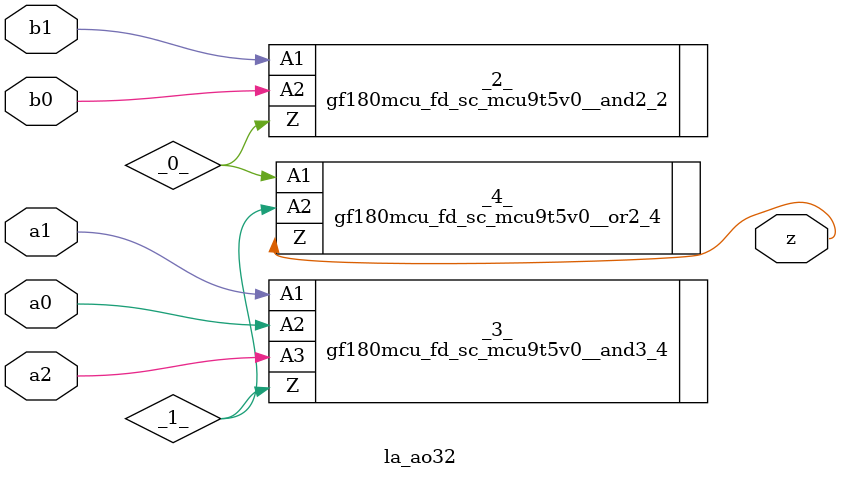
<source format=v>

/* Generated by Yosys 0.44 (git sha1 80ba43d26, g++ 11.4.0-1ubuntu1~22.04 -fPIC -O3) */

(* top =  1  *)
(* src = "inputs/la_ao32.v:10.1-23.10" *)
module la_ao32 (
    a0,
    a1,
    a2,
    b0,
    b1,
    z
);
  wire _0_;
  wire _1_;
  (* src = "inputs/la_ao32.v:13.12-13.14" *)
  input a0;
  wire a0;
  (* src = "inputs/la_ao32.v:14.12-14.14" *)
  input a1;
  wire a1;
  (* src = "inputs/la_ao32.v:15.12-15.14" *)
  input a2;
  wire a2;
  (* src = "inputs/la_ao32.v:16.12-16.14" *)
  input b0;
  wire b0;
  (* src = "inputs/la_ao32.v:17.12-17.14" *)
  input b1;
  wire b1;
  (* src = "inputs/la_ao32.v:18.12-18.13" *)
  output z;
  wire z;
  gf180mcu_fd_sc_mcu9t5v0__and2_2 _2_ (
      .A1(b1),
      .A2(b0),
      .Z (_0_)
  );
  gf180mcu_fd_sc_mcu9t5v0__and3_4 _3_ (
      .A1(a1),
      .A2(a0),
      .A3(a2),
      .Z (_1_)
  );
  gf180mcu_fd_sc_mcu9t5v0__or2_4 _4_ (
      .A1(_0_),
      .A2(_1_),
      .Z (z)
  );
endmodule

</source>
